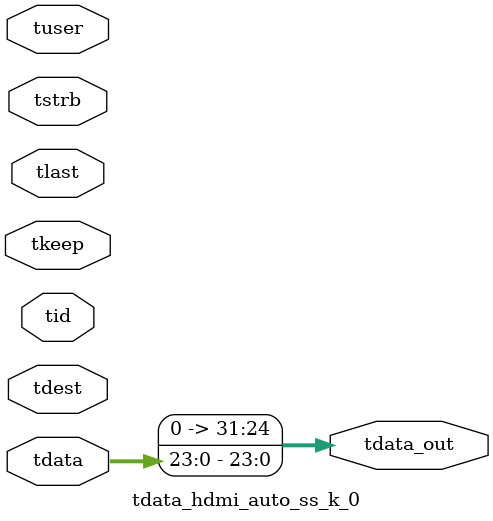
<source format=v>


`timescale 1ps/1ps

module tdata_hdmi_auto_ss_k_0 #
(
parameter C_S_AXIS_TDATA_WIDTH = 32,
parameter C_S_AXIS_TUSER_WIDTH = 0,
parameter C_S_AXIS_TID_WIDTH   = 0,
parameter C_S_AXIS_TDEST_WIDTH = 0,
parameter C_M_AXIS_TDATA_WIDTH = 32
)
(
input  [(C_S_AXIS_TDATA_WIDTH == 0 ? 1 : C_S_AXIS_TDATA_WIDTH)-1:0     ] tdata,
input  [(C_S_AXIS_TUSER_WIDTH == 0 ? 1 : C_S_AXIS_TUSER_WIDTH)-1:0     ] tuser,
input  [(C_S_AXIS_TID_WIDTH   == 0 ? 1 : C_S_AXIS_TID_WIDTH)-1:0       ] tid,
input  [(C_S_AXIS_TDEST_WIDTH == 0 ? 1 : C_S_AXIS_TDEST_WIDTH)-1:0     ] tdest,
input  [(C_S_AXIS_TDATA_WIDTH/8)-1:0 ] tkeep,
input  [(C_S_AXIS_TDATA_WIDTH/8)-1:0 ] tstrb,
input                                                                    tlast,
output [C_M_AXIS_TDATA_WIDTH-1:0] tdata_out
);

assign tdata_out = {tdata[23:0]};

endmodule


</source>
